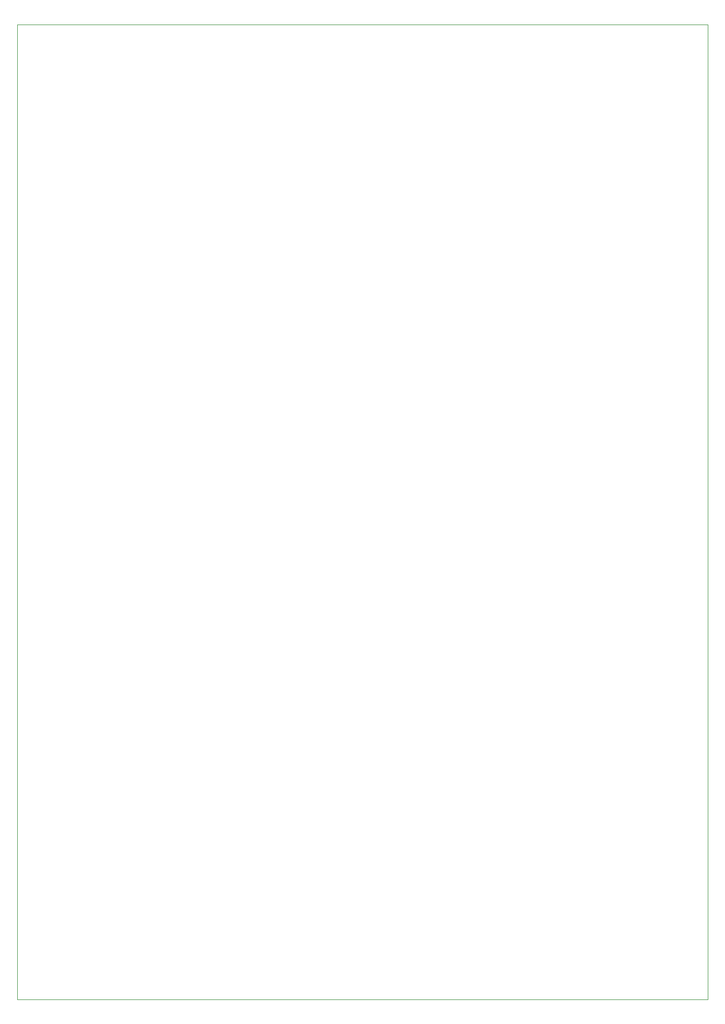
<source format=gbr>
%TF.GenerationSoftware,KiCad,Pcbnew,(5.1.6-dirty)*%
%TF.CreationDate,2020-08-28T22:36:31+02:00*%
%TF.ProjectId,FD,46442e6b-6963-4616-945f-706362585858,rev?*%
%TF.SameCoordinates,Original*%
%TF.FileFunction,Profile,NP*%
%FSLAX46Y46*%
G04 Gerber Fmt 4.6, Leading zero omitted, Abs format (unit mm)*
G04 Created by KiCad (PCBNEW (5.1.6-dirty)) date 2020-08-28 22:36:31*
%MOMM*%
%LPD*%
G01*
G04 APERTURE LIST*
%TA.AperFunction,Profile*%
%ADD10C,0.050000*%
%TD*%
G04 APERTURE END LIST*
D10*
X137000000Y-180000000D02*
X138000000Y-180000000D01*
X137000000Y-22000000D02*
X137000000Y-180000000D01*
X249000000Y-22000000D02*
X137000000Y-22000000D01*
X249000000Y-180000000D02*
X249000000Y-22000000D01*
X138000000Y-180000000D02*
X249000000Y-180000000D01*
M02*

</source>
